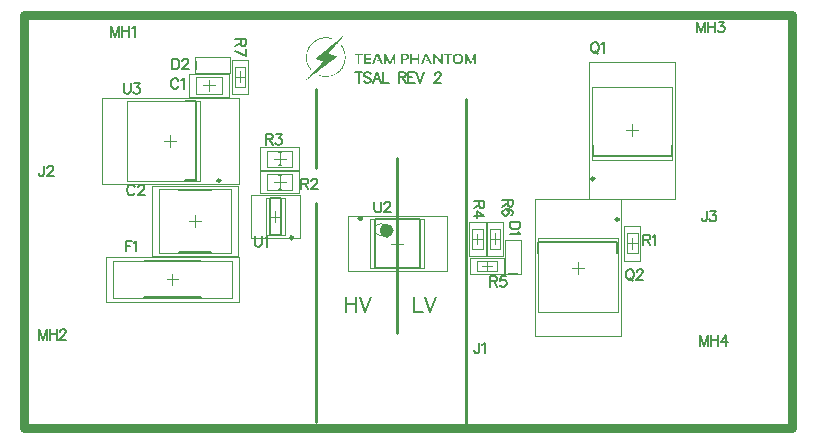
<source format=gto>
G04*
G04 #@! TF.GenerationSoftware,Altium Limited,Altium Designer,18.1.11 (251)*
G04*
G04 Layer_Color=65535*
%FSLAX25Y25*%
%MOIN*%
G70*
G01*
G75*
%ADD10C,0.00984*%
%ADD11C,0.02362*%
%ADD12C,0.00787*%
%ADD13C,0.00197*%
%ADD14C,0.01000*%
%ADD15C,0.00650*%
%ADD16C,0.03000*%
%ADD17C,0.00394*%
G36*
X101051Y130228D02*
X101148Y130214D01*
X101273D01*
X101398Y130186D01*
X101551Y130172D01*
X101870Y130117D01*
X102231Y130033D01*
X102620Y129922D01*
X103008Y129783D01*
X102911Y129520D01*
X102897D01*
X102869Y129534D01*
X102814Y129561D01*
X102731Y129575D01*
X102647Y129617D01*
X102536Y129645D01*
X102411Y129686D01*
X102272Y129714D01*
X101967Y129797D01*
X101620Y129867D01*
X101245Y129908D01*
X100857Y129936D01*
X100482D01*
X100357Y129922D01*
X100218D01*
X99899Y129894D01*
X99566Y129853D01*
X99205Y129783D01*
X98830Y129686D01*
X98816D01*
X98789Y129672D01*
X98733Y129659D01*
X98664Y129631D01*
X98580Y129603D01*
X98483Y129561D01*
X98233Y129464D01*
X97956Y129339D01*
X97650Y129187D01*
X97331Y129006D01*
X96998Y128798D01*
X96984D01*
X96956Y128770D01*
X96915Y128743D01*
X96859Y128687D01*
X96693Y128562D01*
X96498Y128382D01*
X96262Y128173D01*
X96013Y127910D01*
X95763Y127632D01*
X95513Y127313D01*
Y127299D01*
X95485Y127271D01*
X95457Y127230D01*
X95416Y127160D01*
X95360Y127077D01*
X95305Y126994D01*
X95235Y126883D01*
X95166Y126758D01*
X95013Y126480D01*
X94861Y126161D01*
X94708Y125814D01*
X94583Y125439D01*
Y125425D01*
X94569Y125397D01*
X94555Y125342D01*
X94541Y125259D01*
X94514Y125175D01*
X94486Y125064D01*
X94472Y124939D01*
X94444Y124801D01*
X94389Y124495D01*
X94347Y124162D01*
X94319Y123787D01*
Y123413D01*
Y123399D01*
Y123371D01*
Y123315D01*
X94333Y123246D01*
X94347Y123149D01*
Y123038D01*
X94361Y122913D01*
X94389Y122788D01*
X94430Y122483D01*
X94514Y122136D01*
X94597Y121789D01*
X94722Y121414D01*
Y121400D01*
X94736Y121372D01*
X94763Y121317D01*
X94791Y121247D01*
X94833Y121164D01*
X94874Y121053D01*
X94999Y120817D01*
X95138Y120539D01*
X95319Y120234D01*
X95541Y119915D01*
X95777Y119596D01*
X95541Y119429D01*
Y119415D01*
X95527Y119429D01*
X95513Y119457D01*
X95471Y119498D01*
X95430Y119568D01*
X95360Y119651D01*
X95291Y119748D01*
X95221Y119859D01*
X95138Y119984D01*
X94958Y120262D01*
X94777Y120581D01*
X94597Y120942D01*
X94444Y121317D01*
Y121331D01*
X94430Y121358D01*
X94416Y121414D01*
X94389Y121497D01*
X94361Y121580D01*
X94319Y121691D01*
X94292Y121816D01*
X94250Y121955D01*
X94180Y122274D01*
X94111Y122621D01*
X94055Y122996D01*
X94028Y123399D01*
Y123413D01*
Y123440D01*
Y123510D01*
Y123579D01*
Y123676D01*
X94042Y123787D01*
Y123926D01*
X94055Y124065D01*
X94083Y124384D01*
X94139Y124745D01*
X94208Y125134D01*
X94305Y125522D01*
Y125536D01*
X94319Y125564D01*
X94333Y125619D01*
X94361Y125703D01*
X94402Y125786D01*
X94430Y125897D01*
X94486Y126022D01*
X94541Y126161D01*
X94680Y126466D01*
X94833Y126799D01*
X95041Y127146D01*
X95263Y127493D01*
X95277Y127507D01*
X95291Y127535D01*
X95332Y127577D01*
X95388Y127646D01*
X95443Y127729D01*
X95527Y127813D01*
X95707Y128035D01*
X95943Y128271D01*
X96207Y128520D01*
X96512Y128784D01*
X96832Y129020D01*
X96845Y129034D01*
X96873Y129048D01*
X96929Y129076D01*
X96984Y129131D01*
X97067Y129173D01*
X97165Y129242D01*
X97290Y129312D01*
X97414Y129381D01*
X97692Y129534D01*
X98025Y129686D01*
X98372Y129839D01*
X98747Y129964D01*
X98761D01*
X98789Y129978D01*
X98844Y129992D01*
X98927Y130006D01*
X99025Y130033D01*
X99136Y130061D01*
X99260Y130089D01*
X99399Y130117D01*
X99719Y130172D01*
X100079Y130214D01*
X100468Y130242D01*
X100982D01*
X101051Y130228D01*
D02*
G37*
G36*
X131851Y121261D02*
X131212D01*
Y122760D01*
X129463D01*
Y121261D01*
X128811D01*
Y124801D01*
X129463D01*
Y123329D01*
X131212D01*
Y124801D01*
X131851D01*
Y121261D01*
D02*
G37*
G36*
X127479Y124787D02*
X127603Y124773D01*
X127728Y124745D01*
X127867Y124689D01*
X127992Y124634D01*
X128103Y124551D01*
X128117Y124537D01*
X128145Y124509D01*
X128186Y124440D01*
X128242Y124370D01*
X128297Y124259D01*
X128339Y124134D01*
X128367Y123982D01*
X128381Y123801D01*
Y123773D01*
Y123718D01*
X128367Y123607D01*
X128339Y123496D01*
X128284Y123357D01*
X128228Y123204D01*
X128131Y123066D01*
X128006Y122927D01*
X127992Y122913D01*
X127937Y122871D01*
X127853Y122816D01*
X127728Y122746D01*
X127576Y122677D01*
X127381Y122608D01*
X127159Y122538D01*
X126896Y122496D01*
X126798Y123066D01*
X126812D01*
X126868Y123079D01*
X126951Y123107D01*
X127048Y123135D01*
X127270Y123218D01*
X127367Y123274D01*
X127465Y123329D01*
X127479Y123343D01*
X127506Y123357D01*
X127534Y123399D01*
X127590Y123454D01*
X127659Y123593D01*
X127687Y123676D01*
X127701Y123773D01*
Y123787D01*
Y123815D01*
X127687Y123898D01*
X127659Y123995D01*
X127590Y124093D01*
X127576Y124107D01*
X127506Y124148D01*
X127409Y124190D01*
X127257Y124204D01*
X126368D01*
Y121261D01*
X125716D01*
Y124801D01*
X127381D01*
X127479Y124787D01*
D02*
G37*
G36*
X139596Y121261D02*
X138957D01*
X137083Y123884D01*
Y121261D01*
X136445D01*
Y124801D01*
X137111D01*
X138971Y122219D01*
Y124801D01*
X139596D01*
Y121261D01*
D02*
G37*
G36*
X150741D02*
X150131D01*
Y123732D01*
X149173Y121261D01*
X148618D01*
X147646Y123732D01*
Y121261D01*
X147036D01*
Y124801D01*
X147716D01*
X148909Y122122D01*
X150089Y124801D01*
X150741D01*
Y121261D01*
D02*
G37*
G36*
X123856D02*
X123259D01*
Y123732D01*
X122287Y121261D01*
X121732D01*
X120761Y123732D01*
Y121261D01*
X120150D01*
Y124801D01*
X120844D01*
X122024Y122122D01*
X123204Y124801D01*
X123856D01*
Y121261D01*
D02*
G37*
G36*
X142649Y124232D02*
X141650D01*
Y121261D01*
X140984D01*
Y124232D01*
X139971D01*
Y124801D01*
X142649D01*
Y124232D01*
D02*
G37*
G36*
X136029Y121261D02*
X135321D01*
X134918Y122219D01*
X133738D01*
X133974Y122788D01*
X134682D01*
X134127Y124120D01*
X132961Y121261D01*
X132295D01*
X133780Y124801D01*
X134488D01*
X136029Y121261D01*
D02*
G37*
G36*
X119734D02*
X119026D01*
X118623Y122219D01*
X117443D01*
X117665Y122788D01*
X118387D01*
X117832Y124120D01*
X116652Y121261D01*
X116000D01*
X117485Y124801D01*
X118193D01*
X119734Y121261D01*
D02*
G37*
G36*
X115667Y124232D02*
X113890D01*
Y123343D01*
X115569D01*
Y122760D01*
X113890D01*
Y121830D01*
X115694D01*
Y121261D01*
X113252D01*
Y124801D01*
X115667D01*
Y124232D01*
D02*
G37*
G36*
X112877D02*
X111850D01*
Y121261D01*
X111211D01*
Y124232D01*
X110198D01*
Y124801D01*
X112877D01*
Y124232D01*
D02*
G37*
G36*
X144967Y124787D02*
X145162Y124759D01*
X145370Y124703D01*
X145592Y124620D01*
X145800Y124509D01*
X145981Y124356D01*
X145994Y124343D01*
X146050Y124273D01*
X146119Y124176D01*
X146203Y124023D01*
X146286Y123843D01*
X146355Y123607D01*
X146411Y123343D01*
X146425Y123024D01*
Y123010D01*
Y122982D01*
Y122941D01*
Y122885D01*
X146397Y122719D01*
X146369Y122524D01*
X146314Y122302D01*
X146244Y122080D01*
X146133Y121872D01*
X145981Y121678D01*
X145967Y121664D01*
X145897Y121608D01*
X145800Y121539D01*
X145648Y121456D01*
X145467Y121372D01*
X145245Y121303D01*
X144981Y121247D01*
X144676Y121233D01*
X144593D01*
X144537Y121247D01*
X144384Y121261D01*
X144190Y121289D01*
X143982Y121344D01*
X143774Y121428D01*
X143565Y121525D01*
X143371Y121678D01*
X143357Y121705D01*
X143302Y121761D01*
X143232Y121872D01*
X143149Y122025D01*
X143066Y122205D01*
X142982Y122441D01*
X142927Y122705D01*
X142899Y123024D01*
Y123038D01*
Y123066D01*
Y123107D01*
X142913Y123177D01*
X142927Y123329D01*
X142955Y123524D01*
X143010Y123746D01*
X143094Y123968D01*
X143191Y124176D01*
X143343Y124356D01*
X143371Y124370D01*
X143427Y124426D01*
X143538Y124495D01*
X143676Y124592D01*
X143871Y124676D01*
X144093Y124745D01*
X144370Y124801D01*
X144676Y124814D01*
X144815D01*
X144967Y124787D01*
D02*
G37*
G36*
X105604Y127979D02*
X105618Y127951D01*
X105659Y127910D01*
X105715Y127854D01*
X105770Y127771D01*
X105840Y127674D01*
X105923Y127577D01*
X106006Y127452D01*
X106201Y127174D01*
X106381Y126869D01*
X106575Y126508D01*
X106742Y126133D01*
Y126119D01*
X106756Y126091D01*
X106783Y126036D01*
X106811Y125953D01*
X106839Y125855D01*
X106881Y125744D01*
X106922Y125619D01*
X106964Y125481D01*
X107047Y125161D01*
X107117Y124801D01*
X107186Y124412D01*
X107228Y123995D01*
Y123982D01*
Y123940D01*
Y123884D01*
Y123801D01*
Y123704D01*
Y123579D01*
Y123440D01*
X107214Y123288D01*
X107186Y122954D01*
X107144Y122580D01*
X107061Y122177D01*
X106964Y121775D01*
Y121761D01*
X106950Y121733D01*
X106936Y121664D01*
X106908Y121594D01*
X106867Y121497D01*
X106825Y121386D01*
X106783Y121261D01*
X106728Y121122D01*
X106589Y120817D01*
X106409Y120470D01*
X106214Y120123D01*
X105978Y119776D01*
X105965Y119762D01*
X105951Y119734D01*
X105909Y119693D01*
X105867Y119623D01*
X105798Y119554D01*
X105729Y119457D01*
X105534Y119249D01*
X105312Y118999D01*
X105035Y118735D01*
X104729Y118471D01*
X104396Y118221D01*
X104382Y118208D01*
X104355Y118194D01*
X104299Y118166D01*
X104230Y118110D01*
X104146Y118055D01*
X104049Y117999D01*
X103924Y117930D01*
X103799Y117861D01*
X103494Y117708D01*
X103161Y117555D01*
X102786Y117403D01*
X102383Y117278D01*
X102370D01*
X102314Y117264D01*
X102231Y117236D01*
X102120Y117208D01*
X101981Y117180D01*
X101828Y117153D01*
X101509Y117097D01*
X101495D01*
X101440Y117083D01*
X101342D01*
X101232Y117069D01*
X101107Y117055D01*
X100954D01*
X100621Y117042D01*
X100510D01*
X100385Y117055D01*
X100218D01*
X100024Y117069D01*
X99802Y117097D01*
X99580Y117125D01*
X99330Y117167D01*
X99302D01*
X99219Y117194D01*
X99094Y117222D01*
X98927Y117264D01*
X98733Y117319D01*
X98525Y117389D01*
X98081Y117555D01*
X98192Y117819D01*
X98206D01*
X98233Y117805D01*
X98289Y117777D01*
X98372Y117750D01*
X98469Y117722D01*
X98567Y117680D01*
X98691Y117639D01*
X98844Y117597D01*
X99150Y117514D01*
X99510Y117430D01*
X99885Y117375D01*
X100274Y117333D01*
X100787D01*
X100940Y117347D01*
X101245Y117361D01*
X101592Y117403D01*
X101967Y117472D01*
X102342Y117555D01*
X102356D01*
X102383Y117569D01*
X102439Y117583D01*
X102508Y117611D01*
X102606Y117639D01*
X102703Y117680D01*
X102953Y117777D01*
X103244Y117902D01*
X103563Y118055D01*
X103896Y118235D01*
X104230Y118444D01*
X104243Y118457D01*
X104271Y118471D01*
X104313Y118499D01*
X104382Y118555D01*
X104452Y118610D01*
X104535Y118679D01*
X104743Y118860D01*
X104993Y119082D01*
X105243Y119332D01*
X105507Y119623D01*
X105756Y119956D01*
X105770Y119970D01*
X105784Y119998D01*
X105812Y120040D01*
X105867Y120109D01*
X105909Y120192D01*
X105978Y120290D01*
X106048Y120401D01*
X106117Y120526D01*
X106270Y120817D01*
X106423Y121150D01*
X106575Y121511D01*
X106700Y121886D01*
Y121900D01*
X106714Y121927D01*
X106728Y121983D01*
X106742Y122066D01*
X106770Y122150D01*
X106783Y122260D01*
X106811Y122385D01*
X106839Y122524D01*
X106881Y122844D01*
X106922Y123190D01*
X106936Y123551D01*
Y123940D01*
Y123954D01*
Y123982D01*
Y124037D01*
X106922Y124120D01*
X106908Y124204D01*
Y124315D01*
X106881Y124440D01*
X106867Y124578D01*
X106811Y124884D01*
X106728Y125231D01*
X106631Y125592D01*
X106492Y125967D01*
Y125980D01*
X106478Y126008D01*
X106450Y126064D01*
X106423Y126133D01*
X106381Y126230D01*
X106325Y126327D01*
X106201Y126577D01*
X106048Y126855D01*
X105853Y127160D01*
X105631Y127479D01*
X105368Y127799D01*
X105590Y127993D01*
X105604Y127979D01*
D02*
G37*
G36*
X106756Y130949D02*
Y130922D01*
X106770Y130908D01*
Y130880D01*
X106756Y130866D01*
X106742Y130852D01*
X106700Y130811D01*
X106659Y130755D01*
X106520Y130602D01*
X106353Y130408D01*
X106145Y130186D01*
X105923Y129922D01*
X105673Y129659D01*
X105423Y129367D01*
X105409Y129353D01*
X105395Y129339D01*
X105354Y129298D01*
X105312Y129242D01*
X105173Y129089D01*
X104993Y128895D01*
X104799Y128659D01*
X104563Y128395D01*
X104313Y128132D01*
X104063Y127840D01*
X104049Y127826D01*
X104035Y127813D01*
X103994Y127771D01*
X103952Y127715D01*
X103813Y127563D01*
X103633Y127368D01*
X103425Y127132D01*
X103202Y126869D01*
X102953Y126591D01*
X102689Y126300D01*
X102675Y126286D01*
X102661Y126272D01*
X102620Y126230D01*
X102578Y126175D01*
X102439Y126022D01*
X102259Y125828D01*
X102050Y125592D01*
X101828Y125328D01*
X101578Y125064D01*
X101315Y124773D01*
X101329D01*
X101356Y124759D01*
X101398Y124745D01*
X101454Y124731D01*
X101523Y124717D01*
X101606Y124689D01*
X101814Y124634D01*
X102064Y124565D01*
X102328Y124495D01*
X102620Y124412D01*
X102925Y124329D01*
X102939D01*
X102966Y124315D01*
X103008D01*
X103064Y124287D01*
X103133Y124273D01*
X103216Y124245D01*
X103425Y124204D01*
X103674Y124134D01*
X103952Y124065D01*
X104243Y123982D01*
X104549Y123898D01*
X104535Y123884D01*
X104493Y123857D01*
X104424Y123801D01*
X104327Y123732D01*
X104202Y123649D01*
X104063Y123538D01*
X103910Y123426D01*
X103730Y123288D01*
X103536Y123149D01*
X103327Y122996D01*
X102883Y122663D01*
X102411Y122302D01*
X101926Y121927D01*
X101912Y121914D01*
X101870Y121886D01*
X101801Y121830D01*
X101703Y121761D01*
X101578Y121664D01*
X101440Y121566D01*
X101287Y121442D01*
X101107Y121317D01*
X100926Y121164D01*
X100718Y121011D01*
X100274Y120678D01*
X99802Y120331D01*
X99316Y119956D01*
X99302Y119943D01*
X99260Y119915D01*
X99191Y119859D01*
X99094Y119790D01*
X98983Y119707D01*
X98844Y119596D01*
X98678Y119484D01*
X98511Y119346D01*
X98317Y119207D01*
X98122Y119054D01*
X97678Y118721D01*
X97206Y118374D01*
X96720Y118013D01*
X96707Y117999D01*
X96665Y117972D01*
X96596Y117916D01*
X96498Y117847D01*
X96373Y117763D01*
X96235Y117652D01*
X96082Y117541D01*
X95902Y117403D01*
X95721Y117264D01*
X95513Y117111D01*
X95069Y116778D01*
X94611Y116431D01*
X94125Y116070D01*
X94111Y116084D01*
X94097Y116112D01*
Y116126D01*
Y116139D01*
X94111Y116153D01*
X94125Y116167D01*
X94167Y116209D01*
X94222Y116264D01*
X94347Y116417D01*
X94527Y116611D01*
X94736Y116833D01*
X94972Y117083D01*
X95221Y117347D01*
X95485Y117625D01*
X95499Y117639D01*
X95513Y117652D01*
X95555Y117694D01*
X95610Y117750D01*
X95735Y117902D01*
X95915Y118096D01*
X96124Y118319D01*
X96360Y118568D01*
X96609Y118832D01*
X96873Y119110D01*
X96887Y119124D01*
X96901Y119138D01*
X96943Y119179D01*
X96998Y119235D01*
X97137Y119387D01*
X97317Y119582D01*
X97526Y119804D01*
X97775Y120068D01*
X98025Y120345D01*
X98289Y120623D01*
X98303Y120637D01*
X98317Y120650D01*
X98358Y120692D01*
X98414Y120748D01*
X98553Y120900D01*
X98719Y121095D01*
X98941Y121317D01*
X99177Y121580D01*
X99427Y121858D01*
X99691Y122136D01*
X99677D01*
X99663Y122150D01*
X99580Y122177D01*
X99441Y122219D01*
X99274Y122274D01*
X99066Y122344D01*
X98844Y122427D01*
X98608Y122496D01*
X98358Y122580D01*
X98344D01*
X98331Y122594D01*
X98247Y122621D01*
X98122Y122663D01*
X97942Y122719D01*
X97748Y122788D01*
X97526Y122871D01*
X97276Y122954D01*
X97026Y123038D01*
X97040Y123052D01*
X97081Y123079D01*
X97151Y123135D01*
X97234Y123204D01*
X97345Y123301D01*
X97484Y123413D01*
X97637Y123524D01*
X97789Y123662D01*
X97970Y123815D01*
X98164Y123968D01*
X98580Y124301D01*
X99011Y124662D01*
X99469Y125037D01*
X99483Y125050D01*
X99524Y125078D01*
X99594Y125134D01*
X99677Y125203D01*
X99788Y125300D01*
X99913Y125397D01*
X100066Y125522D01*
X100232Y125647D01*
X100413Y125800D01*
X100593Y125953D01*
X101009Y126286D01*
X101454Y126647D01*
X101898Y127007D01*
X101912Y127021D01*
X101953Y127049D01*
X102023Y127105D01*
X102106Y127174D01*
X102217Y127271D01*
X102342Y127382D01*
X102495Y127493D01*
X102661Y127632D01*
X102842Y127771D01*
X103022Y127937D01*
X103438Y128271D01*
X103883Y128631D01*
X104327Y128992D01*
X104341Y129006D01*
X104382Y129034D01*
X104452Y129089D01*
X104535Y129159D01*
X104646Y129256D01*
X104771Y129353D01*
X104924Y129478D01*
X105076Y129603D01*
X105257Y129756D01*
X105451Y129908D01*
X105853Y130242D01*
X106298Y130602D01*
X106742Y130963D01*
X106756Y130949D01*
D02*
G37*
%LPC*%
G36*
X144676Y124259D02*
X144579D01*
X144482Y124245D01*
X144370Y124218D01*
X144232Y124176D01*
X144093Y124120D01*
X143954Y124051D01*
X143843Y123940D01*
X143829Y123926D01*
X143801Y123884D01*
X143760Y123815D01*
X143718Y123718D01*
X143663Y123579D01*
X143621Y123426D01*
X143593Y123246D01*
X143579Y123038D01*
Y123010D01*
Y122941D01*
X143593Y122830D01*
X143607Y122691D01*
X143649Y122552D01*
X143690Y122399D01*
X143760Y122247D01*
X143843Y122122D01*
X143857Y122108D01*
X143899Y122080D01*
X143954Y122025D01*
X144051Y121969D01*
X144162Y121914D01*
X144315Y121858D01*
X144482Y121830D01*
X144676Y121816D01*
X144759D01*
X144856Y121830D01*
X144967Y121858D01*
X145106Y121886D01*
X145231Y121941D01*
X145356Y122025D01*
X145467Y122122D01*
X145481Y122136D01*
X145509Y122177D01*
X145550Y122247D01*
X145606Y122358D01*
X145661Y122483D01*
X145703Y122635D01*
X145731Y122830D01*
X145745Y123038D01*
Y123052D01*
Y123066D01*
Y123135D01*
X145731Y123246D01*
X145717Y123371D01*
X145675Y123524D01*
X145634Y123676D01*
X145564Y123815D01*
X145467Y123940D01*
X145453Y123954D01*
X145412Y123995D01*
X145356Y124037D01*
X145273Y124107D01*
X145162Y124162D01*
X145023Y124204D01*
X144856Y124245D01*
X144676Y124259D01*
D02*
G37*
%LPD*%
D10*
X89665Y63386D02*
G03*
X89665Y63386I-492J0D01*
G01*
X65453Y82520D02*
G03*
X65453Y82520I-492J0D01*
G01*
X112598Y69764D02*
G03*
X112598Y69764I-492J0D01*
G01*
X190098Y83071D02*
G03*
X190098Y83071I-492J0D01*
G01*
X198287Y69488D02*
G03*
X198287Y69488I-492J0D01*
G01*
D11*
X122047Y65748D02*
G03*
X122047Y65748I-1181J0D01*
G01*
D12*
X82087Y64173D02*
Y76772D01*
X85630Y64173D02*
Y76772D01*
X82087D02*
X85630D01*
X82087Y64173D02*
X85630D01*
X84890Y79626D02*
X85677D01*
X84890Y84153D02*
X85677D01*
X40067Y55484D02*
X58965D01*
X40067Y43516D02*
X58965D01*
X53740Y108858D02*
X57480D01*
Y82480D02*
Y108858D01*
X53740Y82480D02*
X57480D01*
X51685Y79236D02*
X62315D01*
X51685Y58764D02*
X62315D01*
X116929Y53150D02*
X131890D01*
X116929Y69685D02*
X131890D01*
Y53150D02*
Y69685D01*
X116929Y53150D02*
Y69685D01*
X215945Y90551D02*
Y94291D01*
X189567Y90551D02*
X215945D01*
X189567D02*
Y94291D01*
X171457Y58268D02*
Y62008D01*
X197835D01*
Y58268D02*
Y62008D01*
X84890Y92028D02*
X85677D01*
X84890Y87500D02*
X85677D01*
D13*
X57437Y119524D02*
Y122476D01*
X161516Y51673D02*
X164469D01*
X75590Y77756D02*
X92126D01*
X75590Y63189D02*
X92126D01*
X75590D02*
Y77756D01*
X92126Y63189D02*
Y77756D01*
X91780Y78150D02*
Y85630D01*
X78787Y78150D02*
Y85630D01*
Y78150D02*
X91780D01*
X78787Y85630D02*
X91780D01*
X74756Y111343D02*
Y122760D01*
X69244Y111343D02*
Y122760D01*
X74756D01*
X69244Y111343D02*
X74756D01*
X57142Y118441D02*
X68362D01*
X68559D02*
Y123559D01*
X57142D02*
X68362D01*
X57142Y118441D02*
Y123559D01*
X27468Y42020D02*
Y56980D01*
X71563Y42020D02*
Y56980D01*
X27468D02*
X71563D01*
X27468Y42020D02*
X71563D01*
X25984Y109941D02*
X71653D01*
X25984Y81398D02*
X71653D01*
X25984D02*
Y109941D01*
X71653Y81398D02*
Y109941D01*
X42630Y80614D02*
X71370D01*
X42630Y57386D02*
X71370D01*
X42630D02*
Y80614D01*
X71370Y57386D02*
Y80614D01*
X55118Y110236D02*
X68504D01*
X55118Y118110D02*
X68504D01*
Y110236D02*
Y118110D01*
X55118Y110236D02*
Y118110D01*
X107874Y52165D02*
X140945D01*
X107874Y70669D02*
X140945D01*
Y52165D02*
Y70669D01*
X107874Y52165D02*
Y70669D01*
X160433Y51378D02*
X165551D01*
X160433D02*
Y62598D01*
Y62795D02*
X165551D01*
Y51378D02*
Y62598D01*
X217028Y76378D02*
Y122047D01*
X188484Y76378D02*
Y122047D01*
X217028D01*
X188484Y76378D02*
X217028D01*
X170374Y30512D02*
Y76181D01*
X198917Y30512D02*
Y76181D01*
X170374Y30512D02*
X198917D01*
X170374Y76181D02*
X198917D01*
X200000Y55807D02*
Y67224D01*
X205512Y55807D02*
Y67224D01*
X200000Y55807D02*
X205512D01*
X200000Y67224D02*
X205512D01*
X78787Y86024D02*
Y93504D01*
X91780Y86024D02*
Y93504D01*
X78787D02*
X91780D01*
X78787Y86024D02*
X91780D01*
X153937Y57284D02*
Y68701D01*
X148425Y57284D02*
Y68701D01*
X153937D01*
X148425Y57284D02*
X153937D01*
X160039Y51181D02*
Y56693D01*
X148622Y51181D02*
Y56693D01*
Y51181D02*
X160039D01*
X148622Y56693D02*
X160039D01*
X154331Y68799D02*
X159843D01*
X154331Y57382D02*
X159843D01*
Y68799D01*
X154331Y57382D02*
Y68799D01*
D14*
X97500Y86500D02*
Y113000D01*
X147500Y1500D02*
Y109500D01*
X97500Y2000D02*
Y75000D01*
X124500Y61500D02*
Y90000D01*
Y31500D02*
Y61500D01*
D15*
X130150Y43649D02*
Y38650D01*
X133007D01*
X133554Y43649D02*
X135458Y38650D01*
X137363Y43649D02*
X135458Y38650D01*
X107201Y43606D02*
Y38607D01*
X110534Y43606D02*
Y38607D01*
X107201Y41225D02*
X110534D01*
X111915Y43606D02*
X113819Y38607D01*
X115723Y43606D02*
X113819Y38607D01*
X111666Y118499D02*
Y115000D01*
X110500Y118499D02*
X112833D01*
X115582Y117999D02*
X115249Y118333D01*
X114749Y118499D01*
X114083D01*
X113583Y118333D01*
X113249Y117999D01*
Y117666D01*
X113416Y117333D01*
X113583Y117166D01*
X113916Y117000D01*
X114916Y116666D01*
X115249Y116500D01*
X115416Y116333D01*
X115582Y116000D01*
Y115500D01*
X115249Y115167D01*
X114749Y115000D01*
X114083D01*
X113583Y115167D01*
X113249Y115500D01*
X119032Y115000D02*
X117699Y118499D01*
X116365Y115000D01*
X116865Y116166D02*
X118532D01*
X119848Y118499D02*
Y115000D01*
X121848D01*
X124980Y118499D02*
Y115000D01*
Y118499D02*
X126480D01*
X126980Y118333D01*
X127146Y118166D01*
X127313Y117833D01*
Y117499D01*
X127146Y117166D01*
X126980Y117000D01*
X126480Y116833D01*
X124980D01*
X126147D02*
X127313Y115000D01*
X130262Y118499D02*
X128096D01*
Y115000D01*
X130262D01*
X128096Y116833D02*
X129429D01*
X130846Y118499D02*
X132179Y115000D01*
X133512Y118499D02*
X132179Y115000D01*
X136878Y117666D02*
Y117833D01*
X137044Y118166D01*
X137211Y118333D01*
X137544Y118499D01*
X138211D01*
X138544Y118333D01*
X138711Y118166D01*
X138877Y117833D01*
Y117499D01*
X138711Y117166D01*
X138377Y116666D01*
X136711Y115000D01*
X139044D01*
X151838Y28393D02*
Y25727D01*
X151671Y25227D01*
X151505Y25060D01*
X151171Y24893D01*
X150838D01*
X150505Y25060D01*
X150338Y25227D01*
X150172Y25727D01*
Y26060D01*
X152738Y27726D02*
X153071Y27893D01*
X153571Y28393D01*
Y24893D01*
X92520Y82999D02*
Y79500D01*
Y82999D02*
X94019D01*
X94519Y82833D01*
X94686Y82666D01*
X94853Y82333D01*
Y81999D01*
X94686Y81666D01*
X94519Y81500D01*
X94019Y81333D01*
X92520D01*
X93686D02*
X94853Y79500D01*
X95802Y82166D02*
Y82333D01*
X95969Y82666D01*
X96136Y82833D01*
X96469Y82999D01*
X97135D01*
X97469Y82833D01*
X97635Y82666D01*
X97802Y82333D01*
Y81999D01*
X97635Y81666D01*
X97302Y81166D01*
X95636Y79500D01*
X97969D01*
X33192Y114893D02*
Y112393D01*
X33359Y111893D01*
X33692Y111560D01*
X34192Y111393D01*
X34525D01*
X35025Y111560D01*
X35358Y111893D01*
X35525Y112393D01*
Y114893D01*
X36825D02*
X38658D01*
X37658Y113560D01*
X38158D01*
X38491Y113393D01*
X38658Y113226D01*
X38824Y112727D01*
Y112393D01*
X38658Y111893D01*
X38324Y111560D01*
X37824Y111393D01*
X37325D01*
X36825Y111560D01*
X36658Y111727D01*
X36491Y112060D01*
X116703Y75393D02*
Y72893D01*
X116870Y72393D01*
X117203Y72060D01*
X117703Y71894D01*
X118036D01*
X118536Y72060D01*
X118870Y72393D01*
X119036Y72893D01*
Y75393D01*
X120169Y74560D02*
Y74726D01*
X120336Y75059D01*
X120503Y75226D01*
X120836Y75393D01*
X121502D01*
X121836Y75226D01*
X122002Y75059D01*
X122169Y74726D01*
Y74393D01*
X122002Y74060D01*
X121669Y73560D01*
X120003Y71894D01*
X122336D01*
X76909Y63893D02*
Y61393D01*
X77076Y60893D01*
X77409Y60560D01*
X77909Y60394D01*
X78242D01*
X78742Y60560D01*
X79075Y60893D01*
X79242Y61393D01*
Y63893D01*
X80208Y63226D02*
X80542Y63393D01*
X81042Y63893D01*
Y60394D01*
X73999Y129500D02*
X70500D01*
X73999D02*
Y128000D01*
X73833Y127500D01*
X73666Y127334D01*
X73333Y127167D01*
X73000D01*
X72666Y127334D01*
X72500Y127500D01*
X72333Y128000D01*
Y129500D01*
Y128334D02*
X70500Y127167D01*
X73999Y124051D02*
X70500Y125717D01*
X73999Y126384D02*
Y124051D01*
X162999Y76000D02*
X159500D01*
X162999D02*
Y74500D01*
X162833Y74000D01*
X162666Y73834D01*
X162333Y73667D01*
X161999D01*
X161666Y73834D01*
X161500Y74000D01*
X161333Y74500D01*
Y76000D01*
Y74834D02*
X159500Y73667D01*
X162499Y70884D02*
X162833Y71051D01*
X162999Y71551D01*
Y71884D01*
X162833Y72384D01*
X162333Y72717D01*
X161500Y72884D01*
X160666D01*
X160000Y72717D01*
X159667Y72384D01*
X159500Y71884D01*
Y71718D01*
X159667Y71218D01*
X160000Y70884D01*
X160500Y70718D01*
X160666D01*
X161166Y70884D01*
X161500Y71218D01*
X161666Y71718D01*
Y71884D01*
X161500Y72384D01*
X161166Y72717D01*
X160666Y72884D01*
X155500Y50499D02*
Y47000D01*
Y50499D02*
X157000D01*
X157500Y50333D01*
X157666Y50166D01*
X157833Y49833D01*
Y49499D01*
X157666Y49166D01*
X157500Y49000D01*
X157000Y48833D01*
X155500D01*
X156666D02*
X157833Y47000D01*
X160616Y50499D02*
X158949D01*
X158783Y49000D01*
X158949Y49166D01*
X159449Y49333D01*
X159949D01*
X160449Y49166D01*
X160782Y48833D01*
X160949Y48333D01*
Y48000D01*
X160782Y47500D01*
X160449Y47167D01*
X159949Y47000D01*
X159449D01*
X158949Y47167D01*
X158783Y47333D01*
X158616Y47666D01*
X153499Y75500D02*
X150000D01*
X153499D02*
Y74000D01*
X153333Y73500D01*
X153166Y73334D01*
X152833Y73167D01*
X152499D01*
X152166Y73334D01*
X152000Y73500D01*
X151833Y74000D01*
Y75500D01*
Y74334D02*
X150000Y73167D01*
X153499Y70718D02*
X151166Y72384D01*
Y69885D01*
X153499Y70718D02*
X150000D01*
X80692Y97893D02*
Y94393D01*
Y97893D02*
X82192D01*
X82692Y97726D01*
X82858Y97559D01*
X83025Y97226D01*
Y96893D01*
X82858Y96560D01*
X82692Y96393D01*
X82192Y96227D01*
X80692D01*
X81858D02*
X83025Y94393D01*
X84141Y97893D02*
X85974D01*
X84974Y96560D01*
X85474D01*
X85808Y96393D01*
X85974Y96227D01*
X86141Y95727D01*
Y95393D01*
X85974Y94893D01*
X85641Y94560D01*
X85141Y94393D01*
X84641D01*
X84141Y94560D01*
X83975Y94727D01*
X83808Y95060D01*
X206409Y64373D02*
Y60874D01*
Y64373D02*
X207909D01*
X208409Y64207D01*
X208575Y64040D01*
X208742Y63707D01*
Y63374D01*
X208575Y63040D01*
X208409Y62874D01*
X207909Y62707D01*
X206409D01*
X207576D02*
X208742Y60874D01*
X209525Y63707D02*
X209858Y63873D01*
X210358Y64373D01*
Y60874D01*
X201561Y52946D02*
X201227Y52780D01*
X200894Y52446D01*
X200728Y52113D01*
X200561Y51613D01*
Y50780D01*
X200728Y50280D01*
X200894Y49947D01*
X201227Y49614D01*
X201561Y49447D01*
X202227D01*
X202560Y49614D01*
X202894Y49947D01*
X203060Y50280D01*
X203227Y50780D01*
Y51613D01*
X203060Y52113D01*
X202894Y52446D01*
X202560Y52780D01*
X202227Y52946D01*
X201561D01*
X202061Y50113D02*
X203060Y49114D01*
X204210Y52113D02*
Y52280D01*
X204377Y52613D01*
X204543Y52780D01*
X204877Y52946D01*
X205543D01*
X205876Y52780D01*
X206043Y52613D01*
X206210Y52280D01*
Y51947D01*
X206043Y51613D01*
X205710Y51113D01*
X204044Y49447D01*
X206376D01*
X190020Y128639D02*
X189686Y128472D01*
X189353Y128139D01*
X189186Y127805D01*
X189020Y127306D01*
Y126472D01*
X189186Y125972D01*
X189353Y125639D01*
X189686Y125306D01*
X190020Y125139D01*
X190686D01*
X191019Y125306D01*
X191352Y125639D01*
X191519Y125972D01*
X191686Y126472D01*
Y127306D01*
X191519Y127805D01*
X191352Y128139D01*
X191019Y128472D01*
X190686Y128639D01*
X190020D01*
X190519Y125806D02*
X191519Y124806D01*
X192502Y127972D02*
X192835Y128139D01*
X193335Y128639D01*
Y125139D01*
X227621Y72393D02*
Y69727D01*
X227454Y69227D01*
X227288Y69060D01*
X226954Y68893D01*
X226621D01*
X226288Y69060D01*
X226121Y69227D01*
X225955Y69727D01*
Y70060D01*
X228854Y72393D02*
X230687D01*
X229687Y71060D01*
X230187D01*
X230520Y70893D01*
X230687Y70727D01*
X230854Y70227D01*
Y69893D01*
X230687Y69393D01*
X230354Y69060D01*
X229854Y68893D01*
X229354D01*
X228854Y69060D01*
X228687Y69227D01*
X228521Y69560D01*
X6632Y87393D02*
Y84727D01*
X6465Y84227D01*
X6299Y84060D01*
X5966Y83894D01*
X5632D01*
X5299Y84060D01*
X5133Y84227D01*
X4966Y84727D01*
Y85060D01*
X7699Y86560D02*
Y86726D01*
X7865Y87059D01*
X8032Y87226D01*
X8365Y87393D01*
X9032D01*
X9365Y87226D01*
X9532Y87059D01*
X9698Y86726D01*
Y86393D01*
X9532Y86060D01*
X9198Y85560D01*
X7532Y83894D01*
X9865D01*
X34000Y62318D02*
Y58819D01*
Y62318D02*
X36166D01*
X34000Y60652D02*
X35333D01*
X36566Y61652D02*
X36899Y61818D01*
X37399Y62318D01*
Y58819D01*
X49500Y122999D02*
Y119500D01*
Y122999D02*
X50666D01*
X51166Y122833D01*
X51500Y122499D01*
X51666Y122166D01*
X51833Y121666D01*
Y120833D01*
X51666Y120333D01*
X51500Y120000D01*
X51166Y119667D01*
X50666Y119500D01*
X49500D01*
X52783Y122166D02*
Y122333D01*
X52949Y122666D01*
X53116Y122833D01*
X53449Y122999D01*
X54116D01*
X54449Y122833D01*
X54616Y122666D01*
X54782Y122333D01*
Y122000D01*
X54616Y121666D01*
X54282Y121166D01*
X52616Y119500D01*
X54949D01*
X165499Y68500D02*
X162000D01*
X165499D02*
Y67334D01*
X165333Y66834D01*
X164999Y66500D01*
X164666Y66334D01*
X164166Y66167D01*
X163333D01*
X162833Y66334D01*
X162500Y66500D01*
X162167Y66834D01*
X162000Y67334D01*
Y68500D01*
X164833Y65384D02*
X164999Y65051D01*
X165499Y64551D01*
X162000D01*
X36999Y80166D02*
X36833Y80499D01*
X36500Y80833D01*
X36166Y80999D01*
X35500D01*
X35166Y80833D01*
X34833Y80499D01*
X34667Y80166D01*
X34500Y79666D01*
Y78833D01*
X34667Y78333D01*
X34833Y78000D01*
X35166Y77667D01*
X35500Y77500D01*
X36166D01*
X36500Y77667D01*
X36833Y78000D01*
X36999Y78333D01*
X38149Y80166D02*
Y80333D01*
X38316Y80666D01*
X38482Y80833D01*
X38816Y80999D01*
X39482D01*
X39816Y80833D01*
X39982Y80666D01*
X40149Y80333D01*
Y80000D01*
X39982Y79666D01*
X39649Y79166D01*
X37983Y77500D01*
X40315D01*
X51499Y115666D02*
X51333Y115999D01*
X51000Y116333D01*
X50666Y116499D01*
X50000D01*
X49667Y116333D01*
X49333Y115999D01*
X49167Y115666D01*
X49000Y115166D01*
Y114333D01*
X49167Y113833D01*
X49333Y113500D01*
X49667Y113167D01*
X50000Y113000D01*
X50666D01*
X51000Y113167D01*
X51333Y113500D01*
X51499Y113833D01*
X52483Y115833D02*
X52816Y115999D01*
X53316Y116499D01*
Y113000D01*
X225385Y30878D02*
Y27379D01*
Y30878D02*
X226718Y27379D01*
X228051Y30878D02*
X226718Y27379D01*
X228051Y30878D02*
Y27379D01*
X229051Y30878D02*
Y27379D01*
X231383Y30878D02*
Y27379D01*
X229051Y29212D02*
X231383D01*
X234016Y30878D02*
X232350Y28545D01*
X234849D01*
X234016Y30878D02*
Y27379D01*
X224380Y135393D02*
Y131894D01*
Y135393D02*
X225713Y131894D01*
X227046Y135393D02*
X225713Y131894D01*
X227046Y135393D02*
Y131894D01*
X228046Y135393D02*
Y131894D01*
X230379Y135393D02*
Y131894D01*
X228046Y133727D02*
X230379D01*
X231678Y135393D02*
X233511D01*
X232511Y134060D01*
X233011D01*
X233345Y133893D01*
X233511Y133727D01*
X233678Y133227D01*
Y132893D01*
X233511Y132393D01*
X233178Y132060D01*
X232678Y131894D01*
X232178D01*
X231678Y132060D01*
X231512Y132227D01*
X231345Y132560D01*
X4891Y32873D02*
Y29374D01*
Y32873D02*
X6224Y29374D01*
X7557Y32873D02*
X6224Y29374D01*
X7557Y32873D02*
Y29374D01*
X8557Y32873D02*
Y29374D01*
X10890Y32873D02*
Y29374D01*
X8557Y31207D02*
X10890D01*
X12023Y32040D02*
Y32207D01*
X12190Y32540D01*
X12356Y32707D01*
X12689Y32873D01*
X13356D01*
X13689Y32707D01*
X13856Y32540D01*
X14023Y32207D01*
Y31874D01*
X13856Y31540D01*
X13523Y31040D01*
X11856Y29374D01*
X14189D01*
X29097Y133873D02*
Y130374D01*
Y133873D02*
X30430Y130374D01*
X31763Y133873D02*
X30430Y130374D01*
X31763Y133873D02*
Y130374D01*
X32763Y133873D02*
Y130374D01*
X35096Y133873D02*
Y130374D01*
X32763Y132207D02*
X35096D01*
X36062Y133207D02*
X36395Y133373D01*
X36895Y133873D01*
Y130374D01*
D16*
X0Y137795D02*
X255906D01*
X0Y0D02*
Y137795D01*
X255906Y0D02*
Y137795D01*
X0Y0D02*
X255906D01*
D17*
X120866Y66142D02*
G03*
X120866Y66142I-1969J0D01*
G01*
X80610Y76673D02*
X87106D01*
X80610Y64272D02*
X87106D01*
X80610D02*
Y76673D01*
X87106Y64272D02*
Y76673D01*
X89417Y79232D02*
Y84547D01*
X81150Y79232D02*
Y84547D01*
Y79232D02*
X89417D01*
X81150Y84547D02*
X89417D01*
X73772Y113705D02*
Y120398D01*
X70228Y113705D02*
Y120398D01*
X73772D01*
X70228Y113705D02*
X73772D01*
X29831Y43201D02*
Y55799D01*
X69201Y43201D02*
Y55799D01*
X29831D02*
X69201D01*
X29831Y43201D02*
X69201D01*
X34252Y108957D02*
X58661D01*
X34252Y82382D02*
X58661D01*
X34252D02*
Y108957D01*
X58661Y82382D02*
Y108957D01*
X44992Y79630D02*
X69008D01*
X44992Y58370D02*
X69008D01*
X44992D02*
Y79630D01*
X69008Y58370D02*
Y79630D01*
X57480Y111319D02*
X66142D01*
X57480Y117028D02*
X66142D01*
Y111319D02*
Y117028D01*
X57480Y111319D02*
Y117028D01*
X115354Y53150D02*
X133465D01*
X115354Y69685D02*
X133465D01*
Y53150D02*
Y69685D01*
X115354Y53150D02*
Y69685D01*
X216043Y89370D02*
Y113779D01*
X189469Y89370D02*
Y113779D01*
X216043D01*
X189469Y89370D02*
X216043D01*
X171358Y38780D02*
Y63189D01*
X197933Y38780D02*
Y63189D01*
X171358Y38780D02*
X197933D01*
X171358Y63189D02*
X197933D01*
X200984Y58169D02*
Y64862D01*
X204527Y58169D02*
Y64862D01*
X200984Y58169D02*
X204527D01*
X200984Y64862D02*
X204527D01*
X81150Y87106D02*
Y92421D01*
X89417Y87106D02*
Y92421D01*
X81150D02*
X89417D01*
X81150Y87106D02*
X89417D01*
X152953Y59646D02*
Y66339D01*
X149409Y59646D02*
Y66339D01*
X152953D01*
X149409Y59646D02*
X152953D01*
X157677Y52165D02*
Y55709D01*
X150984Y52165D02*
Y55709D01*
Y52165D02*
X157677D01*
X150984Y55709D02*
X157677D01*
X155315Y66437D02*
X158858D01*
X155315Y59744D02*
X158858D01*
Y66437D01*
X155315Y59744D02*
Y66437D01*
X83858Y68504D02*
Y72441D01*
X81890Y70472D02*
X85827D01*
X83315Y81890D02*
X87252D01*
X85283Y79921D02*
Y83858D01*
X70228Y117051D02*
X73772D01*
X72000Y115279D02*
Y118823D01*
X47547Y49500D02*
X51484D01*
X49516Y47532D02*
Y51468D01*
X48819Y93701D02*
Y97638D01*
X46850Y95669D02*
X50787D01*
X57000Y67032D02*
Y70969D01*
X55032Y69000D02*
X58969D01*
X61811Y112205D02*
Y116142D01*
X59842Y114173D02*
X63779D01*
X124409Y59449D02*
Y63386D01*
X122441Y61417D02*
X126378D01*
X200787Y99213D02*
X204724D01*
X202756Y97244D02*
Y101181D01*
X182677Y53347D02*
X186614D01*
X184646Y51378D02*
Y55315D01*
X200984Y61516D02*
X204527D01*
X202756Y59744D02*
Y63287D01*
X83315Y89764D02*
X87252D01*
X85283Y87795D02*
Y91732D01*
X149409Y62992D02*
X152953D01*
X151181Y61221D02*
Y64764D01*
X152559Y53937D02*
X156102D01*
X154331Y52165D02*
Y55709D01*
X157087Y61319D02*
Y64862D01*
X155315Y63090D02*
X158858D01*
M02*

</source>
